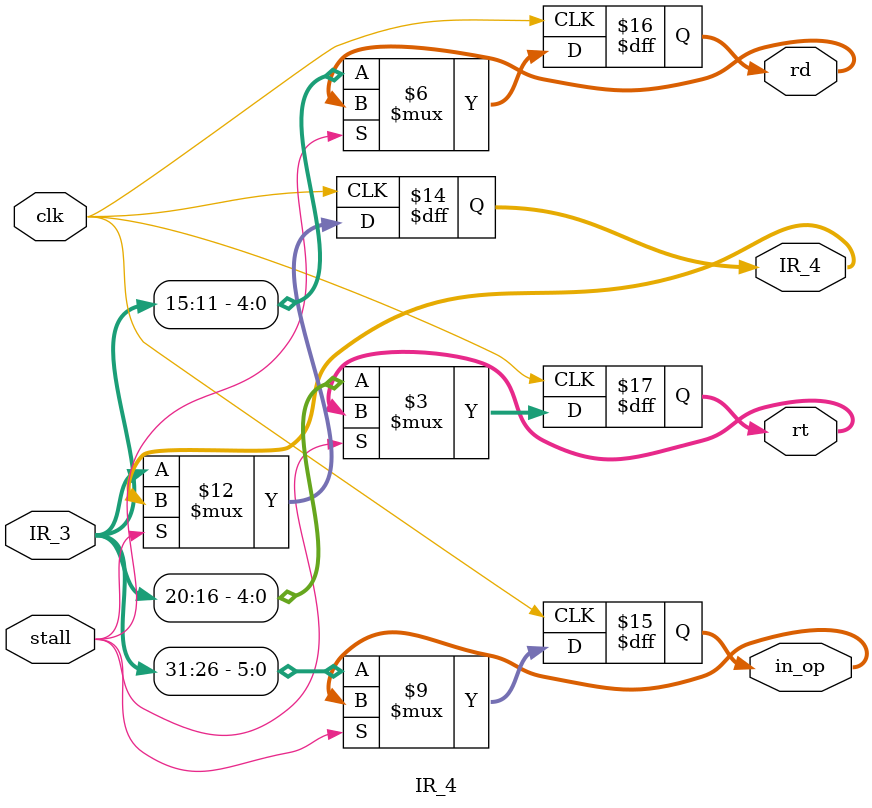
<source format=v>
`timescale 1ns / 1ps


module IR_4(
input [31:0]IR_3,
input clk,
input stall,
output reg [31:0]IR_4,
output reg [5:0]in_op,
output reg [4:0]rd,
output reg [4:0]rt
    );
//    assign IR_4 = IR_3;
//    assign in_op=IR_3[31:26];
//    assign rd=IR_3[15:11];
//    assign rt=IR_3[20:16];
    always@(posedge clk) begin
        if(stall) ;
        else begin
            IR_4 <= IR_3;
            in_op <= IR_3[31:26];
            rd <= IR_3[15:11];
            rt <= IR_3[20:16];
        end
    end
endmodule

</source>
